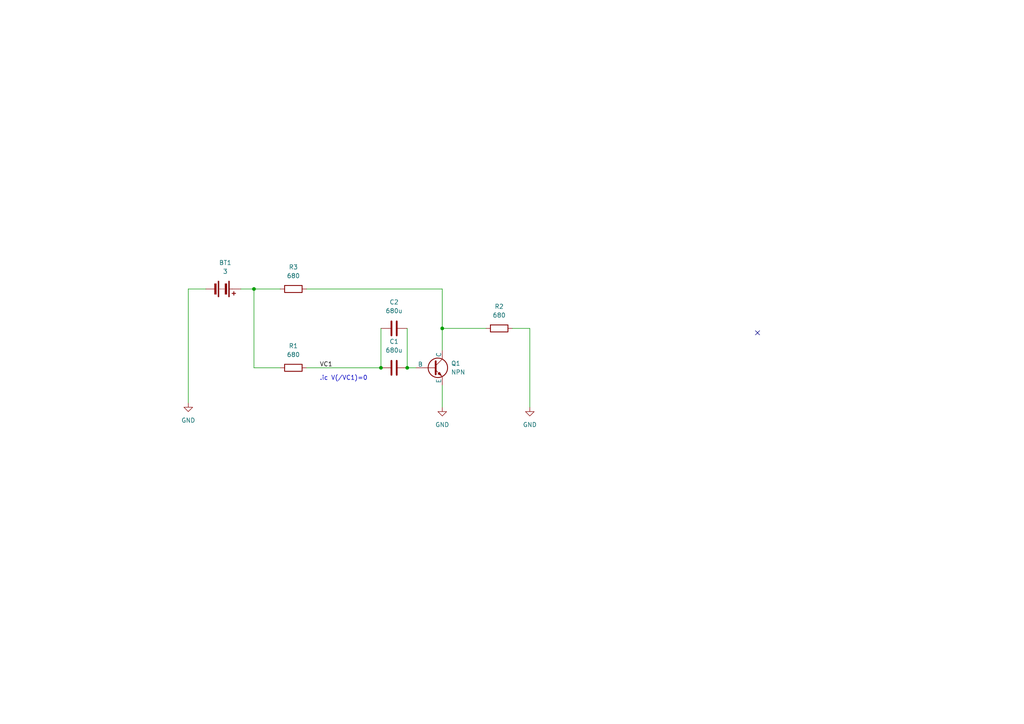
<source format=kicad_sch>
(kicad_sch (version 20230121) (generator eeschema)
  (paper "A4")
  (lib_symbols
    (symbol "Device:Battery" (pin_numbers hide) (pin_names (offset 0) hide)
      (property "Reference" "BT" (at 2.54 2.54 0))
      (property "Value" "Battery" (at 2.54 0 0))
      (symbol "Battery_0_1"
        (rectangle (start -2.286 -1.27) (end 2.286 -1.524) (fill (type outline)))
        (rectangle (start -2.286 1.778) (end 2.286 1.524) (fill (type outline)))
        (rectangle (start -1.524 -2.032) (end 1.524 -2.54) (fill (type outline)))
        (rectangle (start -1.524 1.016) (end 1.524 0.508) (fill (type outline)))
        (polyline (pts (xy 0 -1.016) (xy 0 -0.762)))
        (polyline (pts (xy 0 -0.508) (xy 0 -0.254)))
        (polyline (pts (xy 0 0) (xy 0 0.254)))
        (polyline (pts (xy 0 1.778) (xy 0 2.54)))
        (polyline (pts (xy 0.762 3.048) (xy 1.778 3.048)) (stroke (width 0.254)))
        (polyline (pts (xy 1.27 3.556) (xy 1.27 2.54)) (stroke (width 0.254)))
      )
      (symbol "Battery_1_1"
        (pin passive line (at 0 5.08 270) (length 2.54) (name "+") (number "1"))
        (pin passive line (at 0 -5.08 90) (length 2.54) (name "-") (number "2"))
      )
    )
    (symbol "Device:C" (pin_numbers hide) (pin_names (offset 0.254))
      (property "Reference" "C" (at 0.635 2.54 0))
      (property "Value" "C" (at 0.635 -2.54 0))
      (symbol "C_0_1"
        (polyline (pts (xy -2.032 -0.762) (xy 2.032 -0.762)) (stroke (width 0.508)))
        (polyline (pts (xy -2.032 0.762) (xy 2.032 0.762)) (stroke (width 0.508)))
      )
      (symbol "C_1_1"
        (pin passive line (at 0 3.81 270) (length 2.794) (name "~") (number "1"))
        (pin passive line (at 0 -3.81 90) (length 2.794) (name "~") (number "2"))
      )
    )
    (symbol "Device:R" (pin_numbers hide) (pin_names (offset 0))
      (property "Reference" "R" (at 2.032 0 90))
      (property "Value" "R" (at 0 0 90))
      (symbol "R_0_1"
        (rectangle (start -1.016 -2.54) (end 1.016 2.54) (stroke (width 0.254)))
      )
      (symbol "R_1_1"
        (pin passive line (at 0 3.81 270) (length 1.27) (name "~") (number "1"))
        (pin passive line (at 0 -3.81 90) (length 1.27) (name "~") (number "2"))
      )
    )
    (symbol "Simulation_SPICE:NPN" (pin_numbers hide) (pin_names (offset 0))
      (property "Reference" "Q" (at -2.54 7.62 0))
      (property "Value" "NPN" (at -2.54 5.08 0))
      (symbol "NPN_0_1"
        (polyline (pts (xy -2.54 0) (xy 0.635 0)) (stroke (width 0.1524)))
        (polyline (pts (xy 0.635 0.635) (xy 2.54 2.54)))
        (polyline (pts (xy 2.794 -1.27) (xy 2.794 -1.27)) (stroke (width 0.1524)))
        (polyline (pts (xy 2.794 -1.27) (xy 2.794 -1.27)) (stroke (width 0.1524)))
        (polyline (pts (xy 0.635 -0.635) (xy 2.54 -2.54) (xy 2.54 -2.54)))
        (polyline (pts (xy 0.635 1.905) (xy 0.635 -1.905) (xy 0.635 -1.905)) (stroke (width 0.508)))
        (polyline (pts (xy 1.27 -1.778) (xy 1.778 -1.27) (xy 2.286 -2.286) (xy 1.27 -1.778) (xy 1.27 -1.778)) (fill (type outline)))
        (circle (center 1.27 0) (radius 2.8194) (stroke (width 0.254)))
      )
      (symbol "NPN_1_1"
        (pin open_collector line (at 2.54 5.08 270) (length 2.54) (name "C") (number "1"))
        (pin input line (at -5.08 0 0) (length 2.54) (name "B") (number "2"))
        (pin open_emitter line (at 2.54 -5.08 90) (length 2.54) (name "E") (number "3"))
      )
    )
    (symbol "power:GND" (power) (pin_names (offset 0))
      (property "Value" "GND" (at 0 -3.81 0))
      (symbol "GND_0_1"
        (polyline (pts (xy 0 0) (xy 0 -1.27) (xy 1.27 -1.27) (xy 0 -2.54) (xy -1.27 -1.27) (xy 0 -1.27)))
      )
      (symbol "GND_1_1"
        (pin power_in line (at 0 0 270) (length 0) hide (name "GND") (number "1"))
      )
    )
  )
  (junction (at 73.66 83.82))
  (junction (at 110.49 106.68))
  (junction (at 128.27 95.25))
  (junction (at 118.11 106.68))
  (no_connect (at 219.71 96.52))
  (wire (pts (xy 128.27 83.82) (xy 128.27 95.25)))
  (wire (pts (xy 73.66 83.82) (xy 81.28 83.82)))
  (wire (pts (xy 128.27 95.25) (xy 140.97 95.25)))
  (wire (pts (xy 88.9 106.68) (xy 110.49 106.68)))
  (wire (pts (xy 59.69 83.82) (xy 54.61 83.82)))
  (wire (pts (xy 148.59 95.25) (xy 153.67 95.25)))
  (wire (pts (xy 110.49 95.25) (xy 110.49 106.68)))
  (wire (pts (xy 69.85 83.82) (xy 73.66 83.82)))
  (wire (pts (xy 128.27 111.76) (xy 128.27 118.11)))
  (wire (pts (xy 54.61 83.82) (xy 54.61 116.84)))
  (wire (pts (xy 73.66 83.82) (xy 73.66 106.68)))
  (wire (pts (xy 128.27 95.25) (xy 128.27 101.6)))
  (wire (pts (xy 88.9 83.82) (xy 128.27 83.82)))
  (wire (pts (xy 73.66 106.68) (xy 81.28 106.68)))
  (wire (pts (xy 118.11 106.68) (xy 120.65 106.68)))
  (wire (pts (xy 118.11 95.25) (xy 118.11 106.68)))
  (wire (pts (xy 153.67 95.25) (xy 153.67 118.11)))
  (text ".ic V(/VC1)=0" (at 92.71 110.49 0) (effects (font (size 1.27 1.27)) (justify left bottom)))
  (label "VC1" (at 92.71 106.68 0))
  (symbol (lib_id "Device:R") (at 85.09 106.68 270) (unit 1)
    (property "Reference" "R1" (at 85.09 100.33 90))
    (property "Value" "680" (at 85.09 102.87 90))
  )
  (symbol (lib_id "Device:Battery") (at 64.77 83.82 270) (unit 1)
    (property "Reference" "BT1" (at 65.3415 76.2 90))
    (property "Value" "3" (at 65.3415 78.74 90))
    (property "Sim.Device" "V" (effects hide))
    (property "Sim.Type" "DC" (effects hide))
    (property "Sim.Pins" "1=+ 2=-" (effects hide))
    (property "Sim.Params" "dc=3" (effects hide))
  )
  (symbol (lib_id "Device:R") (at 144.78 95.25 270) (unit 1)
    (property "Reference" "R2" (at 144.78 88.9 90))
    (property "Value" "680" (at 144.78 91.44 90))
  )
  (symbol (lib_id "power:GND") (at 54.61 116.84 0) (unit 1)
    (property "Reference" "#PWR01" (effects hide))
    (property "Value" "GND" (at 54.61 121.92 0))
  )
  (symbol (lib_id "Simulation_SPICE:NPN") (at 125.73 106.68 0) (unit 1)
    (property "Reference" "Q1" (at 130.81 105.41 0) (effects (justify left)))
    (property "Value" "NPN" (at 130.81 107.95 0) (effects (justify left)))
    (property "Sim.Device" "NPN" (effects hide))
    (property "Sim.Type" "GUMMELPOON" (effects hide))
    (property "Sim.Pins" "1=C 2=B 3=E" (effects hide))
  )
  (symbol (lib_id "power:GND") (at 153.67 118.11 0) (unit 1)
    (property "Reference" "#PWR02" (effects hide))
    (property "Value" "GND" (at 153.67 123.19 0))
  )
  (symbol (lib_id "Device:R") (at 85.09 83.82 90) (unit 1)
    (property "Reference" "R3" (at 85.09 77.47 90))
    (property "Value" "680" (at 85.09 80.01 90))
  )
  (symbol (lib_id "Device:C") (at 114.3 106.68 90) (unit 1)
    (property "Reference" "C1" (at 114.3 99.06 90))
    (property "Value" "680u" (at 114.3 101.6 90))
  )
  (symbol (lib_id "Device:C") (at 114.3 95.25 90) (unit 1)
    (property "Reference" "C2" (at 114.3 87.63 90))
    (property "Value" "680u" (at 114.3 90.17 90))
  )
  (symbol (lib_id "power:GND") (at 128.27 118.11 0) (unit 1)
    (property "Reference" "#PWR03" (effects hide))
    (property "Value" "GND" (at 128.27 123.19 0))
  )
)
</source>
